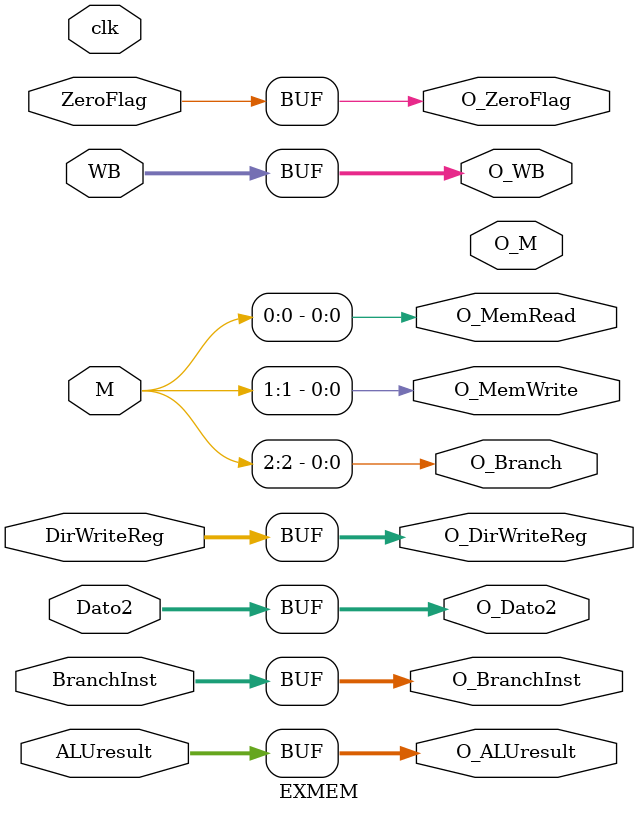
<source format=v>
module EXMEM(
    input clk,
    input [1:0]WB,
    input [2:0]M,
    input [31:0]BranchInst,
    input ZeroFlag,
    input [31:0]ALUresult,
    input [31:0]Dato2,
    input [4:0]DirWriteReg,

    output reg [1:0]O_WB,
    output reg [2:0]O_M,
    output reg O_Branch,
    output reg O_MemWrite,
    output reg O_MemRead,
    output reg [31:0]O_BranchInst,
    output reg O_ZeroFlag,
    output reg [31:0]O_ALUresult,
    output reg [31:0]O_Dato2,
    output reg [4:0]O_DirWriteReg
);

always @(*) begin
    O_WB = WB;
    O_MemRead = M[0];
    O_MemWrite = M[1];
    O_Branch = M[2]; 
    O_BranchInst = BranchInst;
    O_ZeroFlag = ZeroFlag;
    O_ALUresult = ALUresult;
    O_Dato2 = Dato2;
    O_DirWriteReg = DirWriteReg;

end

endmodule


</source>
